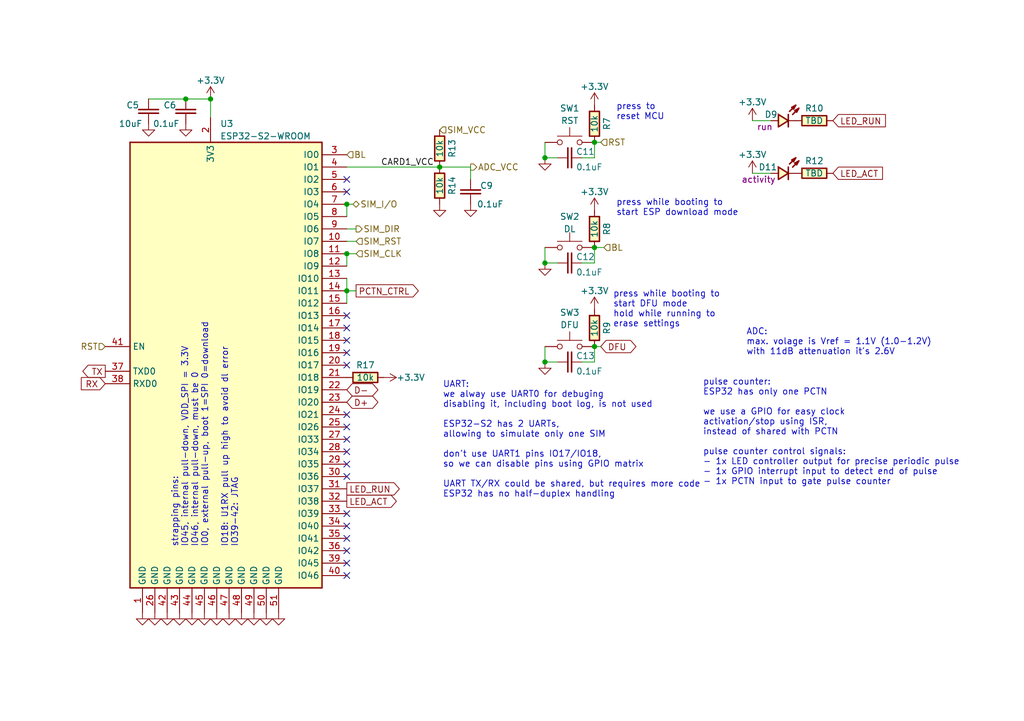
<source format=kicad_sch>
(kicad_sch (version 20230121) (generator eeschema)
  (paper "A5")
  (title_block (title "rSIM") (date "$date$") (rev "$version$.$revision$") (company "CuVoodoo") (comment 1 "King Kévin") (comment 2 "CERN-OHL-S") (comment 3 "ESP32-S2"))
  (lib_symbols
    (symbol "LED/LED0805_1" (pin_numbers hide) (pin_names hide)
      (property "Reference" "D" (at 0 2.032 0))
      (property "Value" "LED0805" (at 0 -2.032 0))
      (symbol "LED/LED0805_1_1_1"
        (polyline (pts (xy 1.016 1.27) (xy 1.016 -1.27)) (stroke (width 0.305)))
        (polyline (pts (xy 1.27 1.905) (xy 2.54 3.175)) (stroke (width 0.305)))
        (polyline (pts (xy 1.905 1.27) (xy 3.175 2.54)) (stroke (width 0.305)))
        (polyline (pts (xy -1.016 1.27) (xy 1.016 0) (xy -1.016 -1.27) (xy -1.016 1.27)) (stroke (width 0.305)) (fill (type background)))
        (polyline (pts (xy 1.725 2.72) (xy 2.54 3.175) (xy 2.085 2.36) (xy 1.725 2.72)) (stroke (width 0.305)) (fill (type outline)))
        (polyline (pts (xy 2.36 2.085) (xy 3.175 2.54) (xy 2.72 1.725) (xy 2.36 2.085)) (stroke (width 0.305)) (fill (type outline)))
        (pin passive line (at 2.54 0 180) (length 1.524) (name "C") (number "1"))
        (pin passive line (at -2.54 0 0) (length 1.524) (name "A") (number "2"))
      )
    )
    (symbol "Switch:SW_Push" (pin_numbers hide) (pin_names (offset 1.016) hide)
      (property "Reference" "SW" (at 1.27 2.54 0))
      (property "Value" "SW_Push" (at 0 -1.524 0))
      (symbol "SW_Push_0_1"
        (circle (center -2.032 0) (radius 0.508))
        (polyline (pts (xy 0 1.27) (xy 0 3.048)))
        (polyline (pts (xy 2.54 1.27) (xy -2.54 1.27)))
        (circle (center 2.032 0) (radius 0.508))
        (pin passive line (at -5.08 0 0) (length 2.54) (name "1") (number "1"))
        (pin passive line (at 5.08 0 180) (length 2.54) (name "2") (number "2"))
      )
    )
    (symbol "capacitor/C0603 0.1uF 16V_1" (pin_numbers hide) (pin_names hide)
      (property "Reference" "C" (at 0 2.794 0))
      (property "Value" "C0603" (at 0 -2.794 0))
      (symbol "capacitor/C0603 0.1uF 16V_1_1_1"
        (polyline (pts (xy -0.381 2.032) (xy -0.381 -2.032)) (stroke (width 0.305)))
        (polyline (pts (xy 0.381 2.032) (xy 0.381 -2.032)) (stroke (width 0.305)))
        (pin passive line (at -2.54 0 0) (length 2.159) (name "L") (number "1"))
        (pin passive line (at 2.54 0 180) (length 2.159) (name "R") (number "2"))
      )
    )
    (symbol "capacitor/C0603 0.1uF 16V_2" (pin_numbers hide) (pin_names hide)
      (property "Reference" "C" (at 0 2.794 0))
      (property "Value" "C0603" (at 0 -2.794 0))
      (symbol "capacitor/C0603 0.1uF 16V_2_1_1"
        (polyline (pts (xy -0.381 2.032) (xy -0.381 -2.032)) (stroke (width 0.305)))
        (polyline (pts (xy 0.381 2.032) (xy 0.381 -2.032)) (stroke (width 0.305)))
        (pin passive line (at -2.54 0 0) (length 2.159) (name "L") (number "1"))
        (pin passive line (at 2.54 0 180) (length 2.159) (name "R") (number "2"))
      )
    )
    (symbol "capacitor/C0603 0.1uF 16V_3" (pin_numbers hide) (pin_names hide)
      (property "Reference" "C" (at 0 2.794 0))
      (property "Value" "C0603" (at 0 -2.794 0))
      (symbol "capacitor/C0603 0.1uF 16V_3_1_1"
        (polyline (pts (xy -0.381 2.032) (xy -0.381 -2.032)) (stroke (width 0.305)))
        (polyline (pts (xy 0.381 2.032) (xy 0.381 -2.032)) (stroke (width 0.305)))
        (pin passive line (at -2.54 0 0) (length 2.159) (name "L") (number "1"))
        (pin passive line (at 2.54 0 180) (length 2.159) (name "R") (number "2"))
      )
    )
    (symbol "capacitor/C0603 0.1uF 16V_4" (pin_numbers hide) (pin_names hide)
      (property "Reference" "C" (at 0 2.794 0))
      (property "Value" "C0603" (at 0 -2.794 0))
      (symbol "capacitor/C0603 0.1uF 16V_4_1_1"
        (polyline (pts (xy -0.381 2.032) (xy -0.381 -2.032)) (stroke (width 0.305)))
        (polyline (pts (xy 0.381 2.032) (xy 0.381 -2.032)) (stroke (width 0.305)))
        (pin passive line (at -2.54 0 0) (length 2.159) (name "L") (number "1"))
        (pin passive line (at 2.54 0 180) (length 2.159) (name "R") (number "2"))
      )
    )
    (symbol "partdb:LED/LED0805" (pin_numbers hide) (pin_names hide)
      (property "Reference" "D" (at 0 2.032 0))
      (property "Value" "LED0805" (at 0 -2.032 0))
      (symbol "LED/LED0805_1_1"
        (polyline (pts (xy 1.016 1.27) (xy 1.016 -1.27)) (stroke (width 0.305)))
        (polyline (pts (xy 1.27 1.905) (xy 2.54 3.175)) (stroke (width 0.305)))
        (polyline (pts (xy 1.905 1.27) (xy 3.175 2.54)) (stroke (width 0.305)))
        (polyline (pts (xy -1.016 1.27) (xy 1.016 0) (xy -1.016 -1.27) (xy -1.016 1.27)) (stroke (width 0.305)) (fill (type background)))
        (polyline (pts (xy 1.725 2.72) (xy 2.54 3.175) (xy 2.085 2.36) (xy 1.725 2.72)) (stroke (width 0.305)) (fill (type outline)))
        (polyline (pts (xy 2.36 2.085) (xy 3.175 2.54) (xy 2.72 1.725) (xy 2.36 2.085)) (stroke (width 0.305)) (fill (type outline)))
        (pin passive line (at 2.54 0 180) (length 1.524) (name "C") (number "1"))
        (pin passive line (at -2.54 0 0) (length 1.524) (name "A") (number "2"))
      )
    )
    (symbol "partdb:MCU/ESP32-S2-WROOM"
      (property "Reference" "U" (at 0 0.762 0))
      (property "Value" "ESP32-S2-WROOM" (at 31.242 -92.202 0))
      (symbol "MCU/ESP32-S2-WROOM_1_1"
        (rectangle (start 0 0) (end 39.37 -91.44) (stroke (width 0.305)) (fill (type background)))
        (pin power_in line (at 2.54 -96.52 90) (length 5.08) (name "GND") (number "1"))
        (pin bidirectional line (at 44.45 -20.32 180) (length 5.08) (name "IO7") (number "10"))
        (pin bidirectional line (at 44.45 -22.86 180) (length 5.08) (name "IO8") (number "11"))
        (pin bidirectional line (at 44.45 -25.4 180) (length 5.08) (name "IO9") (number "12"))
        (pin bidirectional line (at 44.45 -27.94 180) (length 5.08) (name "IO10") (number "13"))
        (pin bidirectional line (at 44.45 -30.48 180) (length 5.08) (name "IO11") (number "14"))
        (pin bidirectional line (at 44.45 -33.02 180) (length 5.08) (name "IO12") (number "15"))
        (pin bidirectional line (at 44.45 -35.56 180) (length 5.08) (name "IO13") (number "16"))
        (pin bidirectional line (at 44.45 -38.1 180) (length 5.08) (name "IO14") (number "17"))
        (pin bidirectional line (at 44.45 -40.64 180) (length 5.08) (name "IO15") (number "18"))
        (pin bidirectional line (at 44.45 -43.18 180) (length 5.08) (name "IO16") (number "19"))
        (pin power_in line (at 16.51 5.08 270) (length 5.08) (name "3V3") (number "2"))
        (pin bidirectional line (at 44.45 -45.72 180) (length 5.08) (name "IO17") (number "20"))
        (pin bidirectional line (at 44.45 -48.26 180) (length 5.08) (name "IO18") (number "21"))
        (pin bidirectional line (at 44.45 -50.8 180) (length 5.08) (name "IO19") (number "22"))
        (pin bidirectional line (at 44.45 -53.34 180) (length 5.08) (name "IO20") (number "23"))
        (pin bidirectional line (at 44.45 -55.88 180) (length 5.08) (name "IO21") (number "24"))
        (pin bidirectional line (at 44.45 -58.42 180) (length 5.08) (name "IO26") (number "25"))
        (pin power_in line (at 5.08 -96.52 90) (length 5.08) (name "GND") (number "26"))
        (pin bidirectional line (at 44.45 -60.96 180) (length 5.08) (name "IO33") (number "27"))
        (pin bidirectional line (at 44.45 -63.5 180) (length 5.08) (name "IO34") (number "28"))
        (pin bidirectional line (at 44.45 -66.04 180) (length 5.08) (name "IO35") (number "29"))
        (pin bidirectional line (at 44.45 -2.54 180) (length 5.08) (name "IO0") (number "3"))
        (pin bidirectional line (at 44.45 -68.58 180) (length 5.08) (name "IO36") (number "30"))
        (pin bidirectional line (at 44.45 -71.12 180) (length 5.08) (name "IO37") (number "31"))
        (pin bidirectional line (at 44.45 -73.66 180) (length 5.08) (name "IO38") (number "32"))
        (pin bidirectional line (at 44.45 -76.2 180) (length 5.08) (name "IO39") (number "33"))
        (pin bidirectional line (at 44.45 -78.74 180) (length 5.08) (name "IO40") (number "34"))
        (pin bidirectional line (at 44.45 -81.28 180) (length 5.08) (name "IO41") (number "35"))
        (pin bidirectional line (at 44.45 -83.82 180) (length 5.08) (name "IO42") (number "36"))
        (pin bidirectional line (at -5.08 -46.99 0) (length 5.08) (name "TXD0") (number "37"))
        (pin bidirectional line (at -5.08 -49.53 0) (length 5.08) (name "RXD0") (number "38"))
        (pin bidirectional line (at 44.45 -86.36 180) (length 5.08) (name "IO45") (number "39"))
        (pin bidirectional line (at 44.45 -5.08 180) (length 5.08) (name "IO1") (number "4"))
        (pin input line (at 44.45 -88.9 180) (length 5.08) (name "IO46") (number "40"))
        (pin input line (at -5.08 -41.91 0) (length 5.08) (name "EN") (number "41"))
        (pin power_in line (at 7.62 -96.52 90) (length 5.08) (name "GND") (number "42"))
        (pin power_in line (at 10.16 -96.52 90) (length 5.08) (name "GND") (number "43"))
        (pin power_in line (at 12.7 -96.52 90) (length 5.08) (name "GND") (number "44"))
        (pin power_in line (at 15.24 -96.52 90) (length 5.08) (name "GND") (number "45"))
        (pin power_in line (at 17.78 -96.52 90) (length 5.08) (name "GND") (number "46"))
        (pin power_in line (at 20.32 -96.52 90) (length 5.08) (name "GND") (number "47"))
        (pin power_in line (at 22.86 -96.52 90) (length 5.08) (name "GND") (number "48"))
        (pin power_in line (at 25.4 -96.52 90) (length 5.08) (name "GND") (number "49"))
        (pin bidirectional line (at 44.45 -7.62 180) (length 5.08) (name "IO2") (number "5"))
        (pin power_in line (at 27.94 -96.52 90) (length 5.08) (name "GND") (number "50"))
        (pin power_in line (at 30.48 -96.52 90) (length 5.08) (name "GND") (number "51"))
        (pin bidirectional line (at 44.45 -10.16 180) (length 5.08) (name "IO3") (number "6"))
        (pin bidirectional line (at 44.45 -12.7 180) (length 5.08) (name "IO4") (number "7"))
        (pin bidirectional line (at 44.45 -15.24 180) (length 5.08) (name "IO5") (number "8"))
        (pin bidirectional line (at 44.45 -17.78 180) (length 5.08) (name "IO6") (number "9"))
      )
    )
    (symbol "partdb:capacitor/C0603 0.1uF 16V" (pin_numbers hide) (pin_names hide)
      (property "Reference" "C" (at 0 2.794 0))
      (property "Value" "C0603" (at 0 -2.794 0))
      (symbol "capacitor/C0603 0.1uF 16V_1_1"
        (polyline (pts (xy -0.381 2.032) (xy -0.381 -2.032)) (stroke (width 0.305)))
        (polyline (pts (xy 0.381 2.032) (xy 0.381 -2.032)) (stroke (width 0.305)))
        (pin passive line (at -2.54 0 0) (length 2.159) (name "L") (number "1"))
        (pin passive line (at 2.54 0 180) (length 2.159) (name "R") (number "2"))
      )
    )
    (symbol "partdb:capacitor/C0603 10uF" (pin_numbers hide) (pin_names hide)
      (property "Reference" "C" (at 0 2.794 0))
      (property "Value" "C0603" (at 0 -2.794 0))
      (symbol "capacitor/C0603 10uF_1_1"
        (polyline (pts (xy -0.381 2.032) (xy -0.381 -2.032)) (stroke (width 0.305)))
        (polyline (pts (xy 0.381 2.032) (xy 0.381 -2.032)) (stroke (width 0.305)))
        (pin passive line (at -2.54 0 0) (length 2.159) (name "L") (number "1"))
        (pin passive line (at 2.54 0 180) (length 2.159) (name "R") (number "2"))
      )
    )
    (symbol "partdb:resistor/R0603 10K" (pin_numbers hide) (pin_names hide)
      (property "Reference" "R" (at 0 1.778 0))
      (property "Value" "R0603" (at 0 -1.778 0))
      (symbol "resistor/R0603 10K_1_1"
        (rectangle (start -2.54 1.016) (end 2.54 -1.016) (stroke (width 0.305)) (fill (type background)))
        (pin passive line (at -3.81 0 0) (length 1.27) (name "L") (number "1"))
        (pin passive line (at 3.81 0 180) (length 1.27) (name "R") (number "2"))
      )
    )
    (symbol "partdb:resistor/R0603 1K" (pin_numbers hide) (pin_names hide)
      (property "Reference" "R" (at 0 1.778 0))
      (property "Value" "R0603" (at 0 -1.778 0))
      (symbol "resistor/R0603 1K_1_1"
        (rectangle (start -2.54 1.016) (end 2.54 -1.016) (stroke (width 0.305)) (fill (type background)))
        (pin passive line (at -3.81 0 0) (length 1.27) (name "L") (number "1"))
        (pin passive line (at 3.81 0 180) (length 1.27) (name "R") (number "2"))
      )
    )
    (symbol "power:+3.3V" (power) (pin_names (offset 0))
      (property "Value" "+3.3V" (at 0 3.556 0))
      (symbol "+3.3V_0_1"
        (polyline (pts (xy -0.762 1.27) (xy 0 2.54)))
        (polyline (pts (xy 0 0) (xy 0 2.54)))
        (polyline (pts (xy 0 2.54) (xy 0.762 1.27)))
      )
      (symbol "+3.3V_1_1"
        (pin power_in line (at 0 0 90) (length 0) hide (name "+3.3V") (number "1"))
      )
    )
    (symbol "power:GND" (power) (pin_names (offset 0))
      (property "Value" "GND" (at 0 -3.81 0))
      (symbol "GND_0_1"
        (polyline (pts (xy 0 0) (xy 0 -1.27) (xy 1.27 -1.27) (xy 0 -2.54) (xy -1.27 -1.27) (xy 0 -1.27)))
      )
      (symbol "GND_1_1"
        (pin power_in line (at 0 0 270) (length 0) hide (name "GND") (number "1"))
      )
    )
    (symbol "resistor/R0603 10K_1" (pin_numbers hide) (pin_names hide)
      (property "Reference" "R" (at 0 1.778 0))
      (property "Value" "R0603" (at 0 -1.778 0))
      (symbol "resistor/R0603 10K_1_1_1"
        (rectangle (start -2.54 1.016) (end 2.54 -1.016) (stroke (width 0.305)) (fill (type background)))
        (pin passive line (at -3.81 0 0) (length 1.27) (name "L") (number "1"))
        (pin passive line (at 3.81 0 180) (length 1.27) (name "R") (number "2"))
      )
    )
    (symbol "resistor/R0603 10K_2" (pin_numbers hide) (pin_names hide)
      (property "Reference" "R" (at 0 1.778 0))
      (property "Value" "R0603" (at 0 -1.778 0))
      (symbol "resistor/R0603 10K_2_1_1"
        (rectangle (start -2.54 1.016) (end 2.54 -1.016) (stroke (width 0.305)) (fill (type background)))
        (pin passive line (at -3.81 0 0) (length 1.27) (name "L") (number "1"))
        (pin passive line (at 3.81 0 180) (length 1.27) (name "R") (number "2"))
      )
    )
    (symbol "resistor/R0603 10K_3" (pin_numbers hide) (pin_names hide)
      (property "Reference" "R" (at 0 1.778 0))
      (property "Value" "R0603" (at 0 -1.778 0))
      (symbol "resistor/R0603 10K_3_1_1"
        (rectangle (start -2.54 1.016) (end 2.54 -1.016) (stroke (width 0.305)) (fill (type background)))
        (pin passive line (at -3.81 0 0) (length 1.27) (name "L") (number "1"))
        (pin passive line (at 3.81 0 180) (length 1.27) (name "R") (number "2"))
      )
    )
    (symbol "resistor/R0603 10K_4" (pin_numbers hide) (pin_names hide)
      (property "Reference" "R" (at 0 1.778 0))
      (property "Value" "R0603" (at 0 -1.778 0))
      (symbol "resistor/R0603 10K_4_1_1"
        (rectangle (start -2.54 1.016) (end 2.54 -1.016) (stroke (width 0.305)) (fill (type background)))
        (pin passive line (at -3.81 0 0) (length 1.27) (name "L") (number "1"))
        (pin passive line (at 3.81 0 180) (length 1.27) (name "R") (number "2"))
      )
    )
    (symbol "resistor/R0603 10K_5" (pin_numbers hide) (pin_names hide)
      (property "Reference" "R" (at 0 1.778 0))
      (property "Value" "R0603" (at 0 -1.778 0))
      (symbol "resistor/R0603 10K_5_1_1"
        (rectangle (start -2.54 1.016) (end 2.54 -1.016) (stroke (width 0.305)) (fill (type background)))
        (pin passive line (at -3.81 0 0) (length 1.27) (name "L") (number "1"))
        (pin passive line (at 3.81 0 180) (length 1.27) (name "R") (number "2"))
      )
    )
    (symbol "resistor/R0603 1K_1" (pin_numbers hide) (pin_names hide)
      (property "Reference" "R" (at 0 1.778 0))
      (property "Value" "R0603" (at 0 -1.778 0))
      (symbol "resistor/R0603 1K_1_1_1"
        (rectangle (start -2.54 1.016) (end 2.54 -1.016) (stroke (width 0.305)) (fill (type background)))
        (pin passive line (at -3.81 0 0) (length 1.27) (name "L") (number "1"))
        (pin passive line (at 3.81 0 180) (length 1.27) (name "R") (number "2"))
      )
    )
  )
  (junction (at 121.92 50.8))
  (junction (at 71.12 41.91))
  (junction (at 43.18 20.32))
  (junction (at 111.76 53.975))
  (junction (at 121.92 29.21))
  (junction (at 71.12 59.69))
  (junction (at 38.1 20.32))
  (junction (at 111.76 74.295))
  (junction (at 111.76 32.385))
  (junction (at 90.17 34.29))
  (junction (at 71.12 52.07))
  (junction (at 121.92 71.12))
  (no_connect (at 71.12 64.77))
  (no_connect (at 71.12 67.31))
  (no_connect (at 71.12 90.17))
  (no_connect (at 71.12 105.41))
  (no_connect (at 71.12 97.79))
  (no_connect (at 71.12 72.39))
  (no_connect (at 71.12 107.95))
  (no_connect (at 71.12 115.57))
  (no_connect (at 71.12 36.83))
  (no_connect (at 71.12 87.63))
  (no_connect (at 71.12 74.93))
  (no_connect (at 71.12 85.09))
  (no_connect (at 71.12 113.03))
  (no_connect (at 71.12 95.25))
  (no_connect (at 71.12 69.85))
  (no_connect (at 71.12 118.11))
  (no_connect (at 71.12 39.37))
  (no_connect (at 71.12 110.49))
  (no_connect (at 71.12 92.71))
  (wire (pts (xy 121.92 71.12) (xy 121.92 74.295)))
  (wire (pts (xy 71.12 59.69) (xy 73.025 59.69)))
  (wire (pts (xy 121.92 71.12) (xy 123.19 71.12)))
  (wire (pts (xy 43.18 20.32) (xy 38.1 20.32)))
  (wire (pts (xy 73.025 52.07) (xy 71.12 52.07)))
  (wire (pts (xy 123.825 50.8) (xy 121.92 50.8)))
  (wire (pts (xy 43.18 24.13) (xy 43.18 20.32)))
  (wire (pts (xy 121.92 74.295) (xy 119.38 74.295)))
  (wire (pts (xy 96.52 36.83) (xy 96.52 34.29)))
  (wire (pts (xy 71.12 41.91) (xy 71.12 44.45)))
  (wire (pts (xy 111.76 53.975) (xy 111.76 50.8)))
  (wire (pts (xy 71.12 52.07) (xy 71.12 54.61)))
  (wire (pts (xy 111.76 53.975) (xy 114.3 53.975)))
  (wire (pts (xy 111.76 74.295) (xy 111.76 71.12)))
  (wire (pts (xy 96.52 34.29) (xy 90.17 34.29)))
  (wire (pts (xy 121.92 50.8) (xy 121.92 53.975)))
  (wire (pts (xy 121.92 53.975) (xy 119.38 53.975)))
  (wire (pts (xy 73.025 46.99) (xy 71.12 46.99)))
  (wire (pts (xy 72.39 41.91) (xy 71.12 41.91)))
  (wire (pts (xy 121.92 29.21) (xy 121.92 32.385)))
  (wire (pts (xy 121.92 32.385) (xy 119.38 32.385)))
  (wire (pts (xy 154.305 35.56) (xy 158.115 35.56)))
  (wire (pts (xy 71.12 34.29) (xy 90.17 34.29)))
  (wire (pts (xy 154.305 24.765) (xy 158.115 24.765)))
  (wire (pts (xy 71.12 59.69) (xy 71.12 62.23)))
  (wire (pts (xy 111.76 32.385) (xy 114.3 32.385)))
  (wire (pts (xy 111.76 74.295) (xy 114.3 74.295)))
  (wire (pts (xy 30.48 20.32) (xy 38.1 20.32)))
  (wire (pts (xy 71.12 57.15) (xy 71.12 59.69)))
  (wire (pts (xy 73.025 49.53) (xy 71.12 49.53)))
  (wire (pts (xy 123.19 29.21) (xy 121.92 29.21)))
  (wire (pts (xy 111.76 32.385) (xy 111.76 29.21)))
  (text "UART:\nwe alway use UART0 for debuging\ndisabling it, including boot log, is not used\n\nESP32-S2 has 2 UARTs,\nallowing to simulate only one SIM\n\ndon't use UART1 pins IO17/IO18,\nso we can disable pins using GPIO matrix\n\nUART TX/RX could be shared, but requires more code\nESP32 has no half-duplex handling" (at 90.805 102.235 0) (effects (font (size 1.27 1.27)) (justify left bottom)))
  (text "strapping pins:\nIO45, internal pull-down, VDD_SPI = 3.3V\nIO46, internal pull-down, must be 0\nIO0, external pull-up, boot 1=SPI 0=download\n\nIO18: U1RX pull up high to avoid dl error\nIO39-42: JTAG" (at 48.895 112.395 90) (effects (font (size 1.27 1.27)) (justify left bottom)))
  (text "press while booting to\nstart ESP download mode" (at 126.365 44.45 0) (effects (font (size 1.27 1.27)) (justify left bottom)))
  (text "pulse counter:\nESP32 has only one PCTN\n\nwe use a GPIO for easy clock\nactivation/stop using ISR,\ninstead of shared with PCTN\n\npulse counter control signals:\n- 1x LED controller output for precise periodic pulse\n- 1x GPIO interrupt input to detect end of pulse\n- 1x PCTN input to gate pulse counter" (at 144.145 99.695 0) (effects (font (size 1.27 1.27)) (justify left bottom)))
  (text "press to\nreset MCU" (at 126.365 24.765 0) (effects (font (size 1.27 1.27)) (justify left bottom)))
  (text "press while booting to\nstart DFU mode\nhold while running to\nerase settings" (at 125.73 67.31 0) (effects (font (size 1.27 1.27)) (justify left bottom)))
  (text "ADC:\nmax. volage is Vref = 1.1V (1.0-1.2V)\nwith 11dB attenuation it's 2.6V" (at 153.035 73.025 0) (effects (font (size 1.27 1.27)) (justify left bottom)))
  (label "CARD1_VCC" (at 78.105 34.29 0))
  (global_label "LED_ACT" (shape input) (at 170.815 35.56 0) (property "Intersheetrefs" "${INTERSHEET_REFS}" (effects hide)))
  (global_label "RX" (shape input) (at 21.59 78.74 180) (property "Intersheetrefs" "${INTERSHEET_REFS}" (effects hide)))
  (global_label "LED_ACT" (shape output) (at 71.12 102.87 0) (property "Intersheetrefs" "${INTERSHEET_REFS}" (effects hide)))
  (global_label "D-" (shape bidirectional) (at 71.12 80.01 0) (property "Intersheetrefs" "${INTERSHEET_REFS}" (effects hide)))
  (global_label "D+" (shape bidirectional) (at 71.12 82.55 0) (property "Intersheetrefs" "${INTERSHEET_REFS}" (effects hide)))
  (global_label "LED_RUN" (shape input) (at 170.815 24.765 0) (property "Intersheetrefs" "${INTERSHEET_REFS}" (effects hide)))
  (global_label "PCTN_CTRL" (shape output) (at 73.025 59.69 0) (property "Intersheetrefs" "${INTERSHEET_REFS}" (effects hide)))
  (global_label "LED_RUN" (shape output) (at 71.12 100.33 0) (property "Intersheetrefs" "${INTERSHEET_REFS}" (effects hide)))
  (global_label "TX" (shape output) (at 21.59 76.2 180) (property "Intersheetrefs" "${INTERSHEET_REFS}" (effects hide)))
  (global_label "DFU" (shape bidirectional) (at 123.19 71.12 0) (property "Intersheetrefs" "${INTERSHEET_REFS}" (effects hide)))
  (hierarchical_label "RST" (shape input) (at 123.19 29.21 0))
  (hierarchical_label "BL" (shape input) (at 71.12 31.75 0))
  (hierarchical_label "SIM_CLK" (shape input) (at 73.025 52.07 0))
  (hierarchical_label "ADC_VCC" (shape output) (at 96.52 34.29 0))
  (hierarchical_label "SIM_RST" (shape input) (at 73.025 49.53 0))
  (hierarchical_label "SIM_DIR" (shape output) (at 73.025 46.99 0))
  (hierarchical_label "BL" (shape input) (at 123.825 50.8 0))
  (hierarchical_label "SIM_VCC" (shape input) (at 90.17 26.67 0))
  (hierarchical_label "RST" (shape input) (at 21.59 71.12 180))
  (hierarchical_label "SIM_I{slash}O" (shape bidirectional) (at 72.39 41.91 0))
  (symbol (lib_id "power:GND") (at 111.76 32.385 0) (mirror y) (unit 1)
    (property "Reference" "#PWR040" (effects hide))
    (property "Value" "GND" (effects hide))
    (instances (project "rsim" (path "" (reference "#PWR040") (unit 1)) (path "" (reference "#PWR050") (unit 1))))
  )
  (symbol (lib_id "power:GND") (at 46.99 125.73 0) (mirror y) (unit 1)
    (property "Reference" "#PWR051" (effects hide))
    (property "Value" "GND" (effects hide))
    (instances (project "rsim" (path "" (reference "#PWR051") (unit 1)) (path "" (reference "#PWR042") (unit 1))))
  )
  (symbol (lib_id "power:+3.3V") (at 121.92 43.18 0) (unit 1)
    (property "Reference" "#PWR042" (effects hide))
    (property "Value" "+3.3V" (at 121.92 39.37 0))
    (instances (project "rsim" (path "" (reference "#PWR042") (unit 1)) (path "" (reference "#PWR054") (unit 1))))
  )
  (symbol (lib_name "resistor/R0603 1K_1") (lib_id "partdb:resistor/R0603 1K") (at 167.005 24.765 0) (unit 1)
    (property "Reference" "R10" (at 167.005 22.225 0))
    (property "Value" "TBD" (at 167.005 24.765 0))
    (property "Footprint" "qeda:UC1608X55N" (effects hide))
    (property "Datasheet" "resistor, chip, 1.6x0.8 mm" (effects hide))
    (property "qeda_part" "resistor/r0603" (effects hide))
    (property "JLCPCB_CORRECTION" "0;0;-90" (effects hide))
    (property "Description" "1K ±5%" (effects hide))
    (property "name" "resistor, chip, 1.6x0.8 mm" (effects hide))
    (property "LCSC" "C25585" (effects hide))
    (instances (project "rsim" (path "" (reference "R10") (unit 1)) (path "" (reference "R14") (unit 1))))
  )
  (symbol (lib_id "power:+3.3V") (at 154.305 35.56 0) (unit 1)
    (property "Reference" "#PWR089" (effects hide))
    (property "Value" "+3.3V" (at 154.305 31.75 0))
    (instances (project "rsim" (path "" (reference "#PWR089") (unit 1)) (path "" (reference "#PWR057") (unit 1))))
  )
  (symbol (lib_name "LED/LED0805_1") (lib_id "partdb:LED/LED0805") (at 160.655 24.765 0) (unit 1)
    (property "Reference" "D9" (at 158.115 23.495 0))
    (property "Value" "RED" (effects hide))
    (property "Footprint" "qeda:UPC2012X80N" (effects hide))
    (property "Datasheet" "diode, LED, chip, 2.0x1.2 mm" (effects hide))
    (property "qeda_part" "diode/led0805" (effects hide))
    (property "JLCPCB_CORRECTION" "0;0;-90" (effects hide))
    (property "name" "run" (at 156.845 26.035 0))
    (property "Description" "LED 0805" (effects hide))
    (instances (project "rsim" (path "" (reference "D9") (unit 1)) (path "" (reference "D7") (unit 1))))
  )
  (symbol (lib_id "power:GND") (at 31.75 125.73 0) (mirror y) (unit 1)
    (property "Reference" "#PWR045" (effects hide))
    (property "Value" "GND" (effects hide))
    (instances (project "rsim" (path "" (reference "#PWR045") (unit 1)) (path "" (reference "#PWR034") (unit 1))))
  )
  (symbol (lib_id "power:+3.3V") (at 121.92 63.5 0) (unit 1)
    (property "Reference" "#PWR043" (effects hide))
    (property "Value" "+3.3V" (at 121.92 59.69 0))
    (instances (project "rsim" (path "" (reference "#PWR043") (unit 1)) (path "" (reference "#PWR055") (unit 1))))
  )
  (symbol (lib_name "resistor/R0603 10K_4") (lib_id "partdb:resistor/R0603 10K") (at 121.92 67.31 270) (unit 1)
    (property "Reference" "R9" (at 124.46 67.31 0))
    (property "Value" "10k" (at 121.92 67.31 0))
    (property "Footprint" "qeda:UC1608X55N" (effects hide))
    (property "Datasheet" "resistor, chip, 1.6x0.8 mm" (effects hide))
    (property "qeda_part" "resistor/r0603" (effects hide))
    (property "JLCPCB_CORRECTION" "0;0;-90" (effects hide))
    (property "Description" "10K ±5%" (effects hide))
    (property "name" "resistor, chip, 1.6x0.8 mm" (effects hide))
    (property "LCSC" "C15401" (effects hide))
    (instances (project "rsim" (path "" (reference "R9") (unit 1)) (path "" (reference "R13") (unit 1))))
  )
  (symbol (lib_id "power:GND") (at 34.29 125.73 0) (mirror y) (unit 1)
    (property "Reference" "#PWR046" (effects hide))
    (property "Value" "GND" (effects hide))
    (instances (project "rsim" (path "" (reference "#PWR046") (unit 1)) (path "" (reference "#PWR035") (unit 1))))
  )
  (symbol (lib_name "resistor/R0603 10K_2") (lib_id "partdb:resistor/R0603 10K") (at 121.92 25.4 270) (unit 1)
    (property "Reference" "R7" (at 124.46 25.4 0))
    (property "Value" "10k" (at 121.92 25.4 0))
    (property "Footprint" "qeda:UC1608X55N" (effects hide))
    (property "Datasheet" "resistor, chip, 1.6x0.8 mm" (effects hide))
    (property "qeda_part" "resistor/r0603" (effects hide))
    (property "JLCPCB_CORRECTION" "0;0;-90" (effects hide))
    (property "Description" "10K ±5%" (effects hide))
    (property "name" "resistor, chip, 1.6x0.8 mm" (effects hide))
    (property "LCSC" "C15401" (effects hide))
    (instances (project "rsim" (path "" (reference "R7") (unit 1)) (path "" (reference "R11") (unit 1))))
  )
  (symbol (lib_id "power:GND") (at 36.83 125.73 0) (mirror y) (unit 1)
    (property "Reference" "#PWR047" (effects hide))
    (property "Value" "GND" (effects hide))
    (instances (project "rsim" (path "" (reference "#PWR047") (unit 1)) (path "" (reference "#PWR036") (unit 1))))
  )
  (symbol (lib_name "capacitor/C0603 0.1uF 16V_1") (lib_id "partdb:capacitor/C0603 0.1uF 16V") (at 38.1 22.86 90) (unit 1)
    (property "Reference" "C6" (at 36.195 21.59 90) (effects (justify left)))
    (property "Value" "0.1uF" (at 36.83 25.4 90) (effects (justify left)))
    (property "Footprint" "qeda:CAPC1608X92N" (effects hide))
    (property "Datasheet" "Chip capacitor 1.6x0.8 mm" (effects hide))
    (property "qeda_part" "capacitor/c0603" (effects hide))
    (property "JLCPCB_CORRECTION" "0;0;-90" (effects hide))
    (property "Description" "100nF ±20% 16V X7R" (effects hide))
    (property "DigiKey" "311-1335-1-ND" (effects hide))
  )
  (symbol (lib_id "partdb:MCU/ESP32-S2-WROOM") (at 26.67 29.21 0) (unit 1)
    (property "Reference" "U3" (at 45.1359 25.4 0) (effects (justify left)))
    (property "Value" "ESP32-S2-WROOM" (at 45.1359 27.94 0) (effects (justify left)))
    (property "Footprint" "qeda:MCU_ESP32-S2-WROOM" (effects hide))
    (property "Datasheet" "https://www.espressif.com/sites/default/files/documentation/esp32-s2-wroom_esp32-s2-wroom-i_datasheet_en.pdf" (effects hide))
    (property "qeda_part" "mcu/espressif_esp32-s2-wroom" (effects hide))
    (property "Description" "ESP32-S2 module, 4MB flash, PCB antenna" (effects hide))
    (property "LCSC" "C967025" (effects hide))
  )
  (symbol (lib_id "partdb:resistor/R0603 10K") (at 74.93 77.47 0) (unit 1)
    (property "Reference" "R17" (at 74.93 74.93 0))
    (property "Value" "10k" (at 74.93 77.47 0))
    (property "Footprint" "qeda:UC1608X55N" (effects hide))
    (property "Datasheet" "resistor, chip, 1.6x0.8 mm" (effects hide))
    (property "qeda_part" "resistor/r0603" (effects hide))
    (property "JLCPCB_CORRECTION" "0;0;-90" (effects hide))
    (property "Description" "10K ±5%" (effects hide))
    (property "name" "resistor, chip, 1.6x0.8 mm" (effects hide))
    (property "LCSC" "C15401" (effects hide))
    (instances (project "rsim" (path "" (reference "R17") (unit 1)) (path "" (reference "R8") (unit 1))))
  )
  (symbol (lib_id "power:GND") (at 96.52 41.91 0) (unit 1)
    (property "Reference" "#PWR090" (effects hide))
    (property "Value" "GND" (effects hide))
    (instances (project "rsim" (path "" (reference "#PWR090") (unit 1)) (path "" (reference "#PWR049") (unit 1))))
  )
  (symbol (lib_id "power:GND") (at 49.53 125.73 0) (mirror y) (unit 1)
    (property "Reference" "#PWR052" (effects hide))
    (property "Value" "GND" (effects hide))
    (instances (project "rsim" (path "" (reference "#PWR052") (unit 1)) (path "" (reference "#PWR043") (unit 1))))
  )
  (symbol (lib_id "Switch:SW_Push") (at 116.84 29.21 0) (unit 1)
    (property "Reference" "SW1" (at 116.84 22.225 0))
    (property "Value" "RST" (at 116.84 24.765 0))
    (property "Footprint" "qeda:MECHANICAL_1TS002E" (effects hide))
  )
  (symbol (lib_id "partdb:capacitor/C0603 10uF") (at 30.48 22.86 90) (unit 1)
    (property "Reference" "C5" (at 28.575 21.59 90) (effects (justify left)))
    (property "Value" "10uF" (at 29.21 25.4 90) (effects (justify left)))
    (property "Footprint" "qeda:CAPC1608X92N" (effects hide))
    (property "Datasheet" "Chip capacitor 1.6x0.8 mm" (effects hide))
    (property "qeda_part" "capacitor/c0603" (effects hide))
    (property "JLCPCB_CORRECTION" "0;0;-90" (effects hide))
    (property "Description" "10V X5R 20%" (effects hide))
    (property "LCSC" "C85713" (effects hide))
    (property "JLCPCB" "C19702" (effects hide))
  )
  (symbol (lib_name "resistor/R0603 10K_1") (lib_id "partdb:resistor/R0603 10K") (at 121.92 46.99 270) (unit 1)
    (property "Reference" "R8" (at 124.46 46.99 0))
    (property "Value" "10k" (at 121.92 46.99 0))
    (property "Footprint" "qeda:UC1608X55N" (effects hide))
    (property "Datasheet" "resistor, chip, 1.6x0.8 mm" (effects hide))
    (property "qeda_part" "resistor/r0603" (effects hide))
    (property "JLCPCB_CORRECTION" "0;0;-90" (effects hide))
    (property "Description" "10K ±5%" (effects hide))
    (property "name" "resistor, chip, 1.6x0.8 mm" (effects hide))
    (property "LCSC" "C15401" (effects hide))
    (instances (project "rsim" (path "" (reference "R8") (unit 1)) (path "" (reference "R12") (unit 1))))
  )
  (symbol (lib_name "resistor/R0603 10K_5") (lib_id "partdb:resistor/R0603 10K") (at 90.17 38.1 270) (unit 1)
    (property "Reference" "R14" (at 92.71 38.1 0))
    (property "Value" "10k" (at 90.17 38.1 0))
    (property "Footprint" "qeda:UC1608X55N" (effects hide))
    (property "Datasheet" "resistor, chip, 1.6x0.8 mm" (effects hide))
    (property "qeda_part" "resistor/r0603" (effects hide))
    (property "JLCPCB_CORRECTION" "0;0;-90" (effects hide))
    (property "Description" "10K ±5%" (effects hide))
    (property "name" "resistor, chip, 1.6x0.8 mm" (effects hide))
    (property "LCSC" "C15401" (effects hide))
    (instances (project "rsim" (path "" (reference "R14") (unit 1)) (path "" (reference "R10") (unit 1))))
  )
  (symbol (lib_id "partdb:resistor/R0603 1K") (at 167.005 35.56 0) (unit 1)
    (property "Reference" "R12" (at 167.005 33.02 0))
    (property "Value" "TBD" (at 167.005 35.56 0))
    (property "Footprint" "qeda:UC1608X55N" (effects hide))
    (property "Datasheet" "resistor, chip, 1.6x0.8 mm" (effects hide))
    (property "qeda_part" "resistor/r0603" (effects hide))
    (property "JLCPCB_CORRECTION" "0;0;-90" (effects hide))
    (property "Description" "1K ±5%" (effects hide))
    (property "name" "resistor, chip, 1.6x0.8 mm" (effects hide))
    (property "LCSC" "C25585" (effects hide))
    (instances (project "rsim" (path "" (reference "R12") (unit 1)) (path "" (reference "R15") (unit 1))))
  )
  (symbol (lib_id "partdb:capacitor/C0603 0.1uF 16V") (at 96.52 39.37 270) (mirror x) (unit 1)
    (property "Reference" "C9" (at 98.425 38.1 90) (effects (justify left)))
    (property "Value" "0.1uF" (at 97.79 41.91 90) (effects (justify left)))
    (property "Footprint" "qeda:CAPC1608X92N" (effects hide))
    (property "Datasheet" "Chip capacitor 1.6x0.8 mm" (effects hide))
    (property "qeda_part" "capacitor/c0603" (effects hide))
    (property "JLCPCB_CORRECTION" "0;0;-90" (effects hide))
    (property "Description" "100nF ±20% 16V X7R" (effects hide))
    (property "DigiKey" "311-1335-1-ND" (effects hide))
    (instances (project "rsim" (path "" (reference "C9") (unit 1)) (path "" (reference "C7") (unit 1))))
  )
  (symbol (lib_name "capacitor/C0603 0.1uF 16V_4") (lib_id "partdb:capacitor/C0603 0.1uF 16V") (at 116.84 74.295 0) (unit 1)
    (property "Reference" "C13" (at 118.11 73.025 0) (effects (justify left)))
    (property "Value" "0.1uF" (at 118.11 76.2 0) (effects (justify left)))
    (property "Footprint" "qeda:CAPC1608X92N" (effects hide))
    (property "Datasheet" "Chip capacitor 1.6x0.8 mm" (effects hide))
    (property "qeda_part" "capacitor/c0603" (effects hide))
    (property "JLCPCB_CORRECTION" "0;0;-90" (effects hide))
    (property "Description" "100nF ±20% 16V X7R" (effects hide))
    (property "DigiKey" "311-1335-1-ND" (effects hide))
    (instances (project "rsim" (path "" (reference "C13") (unit 1)) (path "" (reference "C10") (unit 1))))
  )
  (symbol (lib_id "Switch:SW_Push") (at 116.84 50.8 0) (unit 1)
    (property "Reference" "SW2" (at 116.84 44.45 0))
    (property "Value" "DL" (at 116.84 46.99 0))
    (property "Footprint" "qeda:MECHANICAL_1TS002E" (effects hide))
  )
  (symbol (lib_id "power:+3.3V") (at 78.74 77.47 270) (unit 1)
    (property "Reference" "#PWR094" (effects hide))
    (property "Value" "+3.3V" (at 81.28 77.47 90) (effects (justify left)))
    (instances (project "rsim" (path "" (reference "#PWR094") (unit 1)) (path "" (reference "#PWR047") (unit 1))))
  )
  (symbol (lib_name "capacitor/C0603 0.1uF 16V_2") (lib_id "partdb:capacitor/C0603 0.1uF 16V") (at 116.84 53.975 0) (unit 1)
    (property "Reference" "C12" (at 118.11 52.705 0) (effects (justify left)))
    (property "Value" "0.1uF" (at 118.11 55.88 0) (effects (justify left)))
    (property "Footprint" "qeda:CAPC1608X92N" (effects hide))
    (property "Datasheet" "Chip capacitor 1.6x0.8 mm" (effects hide))
    (property "qeda_part" "capacitor/c0603" (effects hide))
    (property "JLCPCB_CORRECTION" "0;0;-90" (effects hide))
    (property "Description" "100nF ±20% 16V X7R" (effects hide))
    (property "DigiKey" "311-1335-1-ND" (effects hide))
    (instances (project "rsim" (path "" (reference "C12") (unit 1)) (path "" (reference "C9") (unit 1))))
  )
  (symbol (lib_id "partdb:LED/LED0805") (at 160.655 35.56 0) (unit 1)
    (property "Reference" "D11" (at 157.48 34.29 0))
    (property "Value" "RED" (effects hide))
    (property "Footprint" "qeda:UPC2012X80N" (effects hide))
    (property "Datasheet" "diode, LED, chip, 2.0x1.2 mm" (effects hide))
    (property "qeda_part" "diode/led0805" (effects hide))
    (property "JLCPCB_CORRECTION" "0;0;-90" (effects hide))
    (property "name" "activity" (at 155.575 36.83 0))
    (property "Description" "LED 0805" (effects hide))
    (instances (project "rsim" (path "" (reference "D11") (unit 1)) (path "" (reference "D8") (unit 1))))
  )
  (symbol (lib_id "power:+3.3V") (at 154.305 24.765 0) (unit 1)
    (property "Reference" "#PWR086" (effects hide))
    (property "Value" "+3.3V" (at 154.305 20.955 0))
    (instances (project "rsim" (path "" (reference "#PWR086") (unit 1)) (path "" (reference "#PWR056") (unit 1))))
  )
  (symbol (lib_id "power:GND") (at 90.17 41.91 0) (unit 1)
    (property "Reference" "#PWR091" (effects hide))
    (property "Value" "GND" (effects hide))
    (instances (project "rsim" (path "" (reference "#PWR091") (unit 1)) (path "" (reference "#PWR048") (unit 1))))
  )
  (symbol (lib_id "Switch:SW_Push") (at 116.84 71.12 0) (unit 1)
    (property "Reference" "SW3" (at 116.84 64.135 0))
    (property "Value" "DFU" (at 116.84 66.675 0))
    (property "Footprint" "qeda:MECHANICAL_1TS002E" (effects hide))
  )
  (symbol (lib_id "power:GND") (at 44.45 125.73 0) (mirror y) (unit 1)
    (property "Reference" "#PWR050" (effects hide))
    (property "Value" "GND" (effects hide))
    (instances (project "rsim" (path "" (reference "#PWR050") (unit 1)) (path "" (reference "#PWR041") (unit 1))))
  )
  (symbol (lib_id "power:GND") (at 111.76 53.975 0) (mirror y) (unit 1)
    (property "Reference" "#PWR039" (effects hide))
    (property "Value" "GND" (effects hide))
    (instances (project "rsim" (path "" (reference "#PWR039") (unit 1)) (path "" (reference "#PWR051") (unit 1))))
  )
  (symbol (lib_id "power:GND") (at 52.07 125.73 0) (mirror y) (unit 1)
    (property "Reference" "#PWR053" (effects hide))
    (property "Value" "GND" (effects hide))
    (instances (project "rsim" (path "" (reference "#PWR053") (unit 1)) (path "" (reference "#PWR044") (unit 1))))
  )
  (symbol (lib_id "power:GND") (at 29.21 125.73 0) (mirror y) (unit 1)
    (property "Reference" "#PWR044" (effects hide))
    (property "Value" "GND" (effects hide))
    (instances (project "rsim" (path "" (reference "#PWR044") (unit 1)) (path "" (reference "#PWR032") (unit 1))))
  )
  (symbol (lib_id "power:GND") (at 54.61 125.73 0) (mirror y) (unit 1)
    (property "Reference" "#PWR054" (effects hide))
    (property "Value" "GND" (effects hide))
    (instances (project "rsim" (path "" (reference "#PWR054") (unit 1)) (path "" (reference "#PWR045") (unit 1))))
  )
  (symbol (lib_id "power:GND") (at 38.1 25.4 0) (unit 1)
    (property "Reference" "#PWR03" (effects hide))
    (property "Value" "GND" (effects hide))
    (instances (project "rsim" (path "" (reference "#PWR03") (unit 1)) (path "" (reference "#PWR037") (unit 1))))
  )
  (symbol (lib_id "power:+3.3V") (at 43.18 20.32 0) (unit 1)
    (property "Reference" "#PWR059" (effects hide))
    (property "Value" "+3.3V" (at 43.18 16.51 0))
    (instances (project "rsim" (path "" (reference "#PWR059") (unit 1)) (path "" (reference "#PWR040") (unit 1))))
  )
  (symbol (lib_name "capacitor/C0603 0.1uF 16V_3") (lib_id "partdb:capacitor/C0603 0.1uF 16V") (at 116.84 32.385 0) (unit 1)
    (property "Reference" "C11" (at 118.11 31.115 0) (effects (justify left)))
    (property "Value" "0.1uF" (at 118.11 34.29 0) (effects (justify left)))
    (property "Footprint" "qeda:CAPC1608X92N" (effects hide))
    (property "Datasheet" "Chip capacitor 1.6x0.8 mm" (effects hide))
    (property "qeda_part" "capacitor/c0603" (effects hide))
    (property "JLCPCB_CORRECTION" "0;0;-90" (effects hide))
    (property "Description" "100nF ±20% 16V X7R" (effects hide))
    (property "DigiKey" "311-1335-1-ND" (effects hide))
    (instances (project "rsim" (path "" (reference "C11") (unit 1)) (path "" (reference "C8") (unit 1))))
  )
  (symbol (lib_id "power:GND") (at 41.91 125.73 0) (mirror y) (unit 1)
    (property "Reference" "#PWR049" (effects hide))
    (property "Value" "GND" (effects hide))
    (instances (project "rsim" (path "" (reference "#PWR049") (unit 1)) (path "" (reference "#PWR039") (unit 1))))
  )
  (symbol (lib_id "power:GND") (at 30.48 25.4 0) (unit 1)
    (property "Reference" "#PWR017" (effects hide))
    (property "Value" "GND" (effects hide))
    (instances (project "rsim" (path "" (reference "#PWR017") (unit 1)) (path "" (reference "#PWR033") (unit 1))))
  )
  (symbol (lib_id "power:GND") (at 39.37 125.73 0) (mirror y) (unit 1)
    (property "Reference" "#PWR048" (effects hide))
    (property "Value" "GND" (effects hide))
    (instances (project "rsim" (path "" (reference "#PWR048") (unit 1)) (path "" (reference "#PWR038") (unit 1))))
  )
  (symbol (lib_id "power:GND") (at 111.76 74.295 0) (mirror y) (unit 1)
    (property "Reference" "#PWR038" (effects hide))
    (property "Value" "GND" (effects hide))
    (instances (project "rsim" (path "" (reference "#PWR038") (unit 1)) (path "" (reference "#PWR052") (unit 1))))
  )
  (symbol (lib_id "power:+3.3V") (at 121.92 21.59 0) (unit 1)
    (property "Reference" "#PWR041" (effects hide))
    (property "Value" "+3.3V" (at 121.92 17.78 0))
    (instances (project "rsim" (path "" (reference "#PWR041") (unit 1)) (path "" (reference "#PWR053") (unit 1))))
  )
  (symbol (lib_name "resistor/R0603 10K_3") (lib_id "partdb:resistor/R0603 10K") (at 90.17 30.48 270) (unit 1)
    (property "Reference" "R13" (at 92.71 30.48 0))
    (property "Value" "10k" (at 90.17 30.48 0))
    (property "Footprint" "qeda:UC1608X55N" (effects hide))
    (property "Datasheet" "resistor, chip, 1.6x0.8 mm" (effects hide))
    (property "qeda_part" "resistor/r0603" (effects hide))
    (property "JLCPCB_CORRECTION" "0;0;-90" (effects hide))
    (property "Description" "10K ±5%" (effects hide))
    (property "name" "resistor, chip, 1.6x0.8 mm" (effects hide))
    (property "LCSC" "C15401" (effects hide))
    (instances (project "rsim" (path "" (reference "R13") (unit 1)) (path "" (reference "R9") (unit 1))))
  )
  (symbol (lib_id "power:GND") (at 57.15 125.73 0) (mirror y) (unit 1)
    (property "Reference" "#PWR055" (effects hide))
    (property "Value" "GND" (effects hide))
    (instances (project "rsim" (path "" (reference "#PWR055") (unit 1)) (path "" (reference "#PWR046") (unit 1))))
  )
)
</source>
